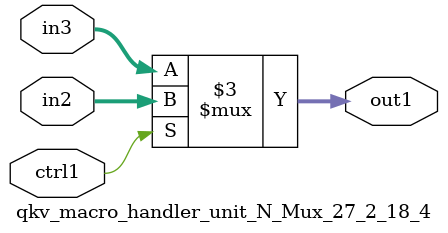
<source format=v>

`timescale 1ps / 1ps


module qkv_macro_handler_unit_N_Mux_27_2_18_4( in3, in2, ctrl1, out1 );

    input [26:0] in3;
    input [26:0] in2;
    input ctrl1;
    output [26:0] out1;
    reg [26:0] out1;

    
    // rtl_process:qkv_macro_handler_unit_N_Mux_27_2_18_4/qkv_macro_handler_unit_N_Mux_27_2_18_4_thread_1
    always @*
      begin : qkv_macro_handler_unit_N_Mux_27_2_18_4_thread_1
        case (ctrl1) 
          1'b1: 
            begin
              out1 = in2;
            end
          default: 
            begin
              out1 = in3;
            end
        endcase
      end

endmodule


</source>
